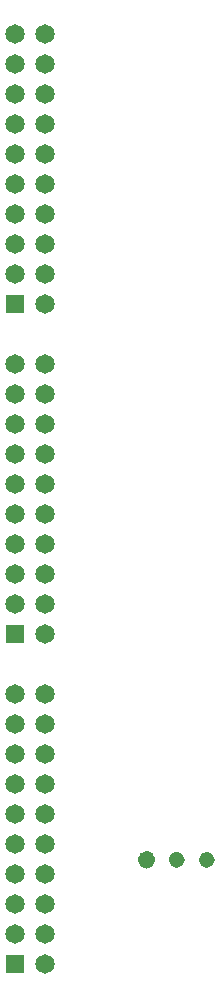
<source format=gbs>
%TF.GenerationSoftware,KiCad,Pcbnew,8.0.3-8.0.3-0~ubuntu22.04.1*%
%TF.CreationDate,2024-06-07T23:15:48+01:00*%
%TF.ProjectId,0002-65C816S-minimal,30303032-2d36-4354-9338-3136532d6d69,A*%
%TF.SameCoordinates,Original*%
%TF.FileFunction,Soldermask,Bot*%
%TF.FilePolarity,Negative*%
%FSLAX46Y46*%
G04 Gerber Fmt 4.6, Leading zero omitted, Abs format (unit mm)*
G04 Created by KiCad (PCBNEW 8.0.3-8.0.3-0~ubuntu22.04.1) date 2024-06-07 23:15:48*
%MOMM*%
%LPD*%
G01*
G04 APERTURE LIST*
%ADD10C,0.686396*%
%ADD11C,0.730074*%
%ADD12C,0.668466*%
%ADD13R,1.650000X1.650000*%
%ADD14C,1.650000*%
G04 APERTURE END LIST*
D10*
X138493198Y-136000000D02*
G75*
G02*
X137806802Y-136000000I-343198J0D01*
G01*
X137806802Y-136000000D02*
G75*
G02*
X138493198Y-136000000I343198J0D01*
G01*
D11*
X135965037Y-136000000D02*
G75*
G02*
X135234963Y-136000000I-365037J0D01*
G01*
X135234963Y-136000000D02*
G75*
G02*
X135965037Y-136000000I365037J0D01*
G01*
D12*
X141034233Y-136000000D02*
G75*
G02*
X140365767Y-136000000I-334233J0D01*
G01*
X140365767Y-136000000D02*
G75*
G02*
X141034233Y-136000000I334233J0D01*
G01*
D13*
%TO.C,PL2*%
X124460000Y-116840000D03*
D14*
X127000000Y-116840000D03*
X124460000Y-114300000D03*
X127000000Y-114300000D03*
X124460000Y-111760000D03*
X127000000Y-111760000D03*
X124460000Y-109220000D03*
X127000000Y-109220000D03*
X124460000Y-106680000D03*
X127000000Y-106680000D03*
X124460000Y-104140000D03*
X127000000Y-104140000D03*
X124460000Y-101600000D03*
X127000000Y-101600000D03*
X124460000Y-99060000D03*
X127000000Y-99060000D03*
X124460000Y-96520000D03*
X127000000Y-96520000D03*
X124460000Y-93980000D03*
X127000000Y-93980000D03*
%TD*%
D13*
%TO.C,PL1*%
X124460000Y-88900000D03*
D14*
X127000000Y-88900000D03*
X124460000Y-86360000D03*
X127000000Y-86360000D03*
X124460000Y-83820000D03*
X127000000Y-83820000D03*
X124460000Y-81280000D03*
X127000000Y-81280000D03*
X124460000Y-78740000D03*
X127000000Y-78740000D03*
X124460000Y-76200000D03*
X127000000Y-76200000D03*
X124460000Y-73660000D03*
X127000000Y-73660000D03*
X124460000Y-71120000D03*
X127000000Y-71120000D03*
X124460000Y-68580000D03*
X127000000Y-68580000D03*
X124460000Y-66040000D03*
X127000000Y-66040000D03*
%TD*%
D13*
%TO.C,PL3*%
X124460000Y-144780000D03*
D14*
X127000000Y-144780000D03*
X124460000Y-142240000D03*
X127000000Y-142240000D03*
X124460000Y-139700000D03*
X127000000Y-139700000D03*
X124460000Y-137160000D03*
X127000000Y-137160000D03*
X124460000Y-134620000D03*
X127000000Y-134620000D03*
X124460000Y-132080000D03*
X127000000Y-132080000D03*
X124460000Y-129540000D03*
X127000000Y-129540000D03*
X124460000Y-127000000D03*
X127000000Y-127000000D03*
X124460000Y-124460000D03*
X127000000Y-124460000D03*
X124460000Y-121920000D03*
X127000000Y-121920000D03*
%TD*%
M02*

</source>
